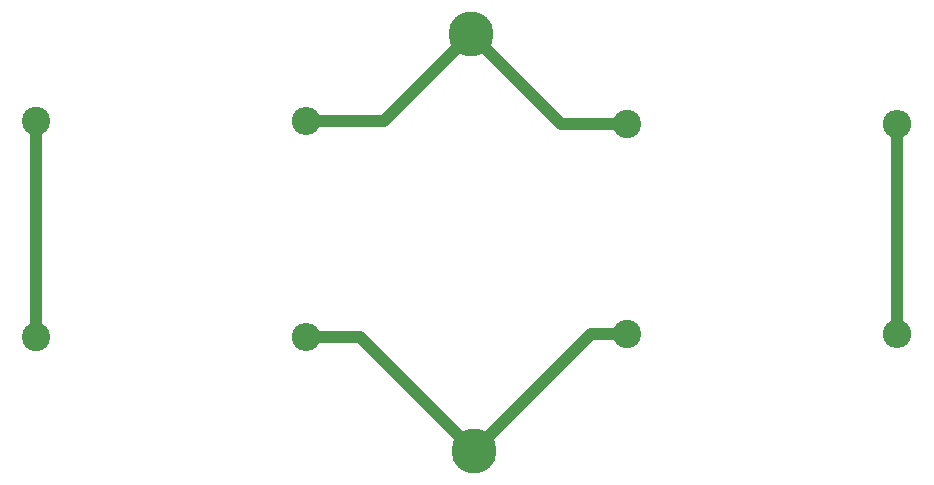
<source format=gbr>
G04 #@! TF.GenerationSoftware,KiCad,Pcbnew,(5.0.0)*
G04 #@! TF.CreationDate,2018-12-13T19:18:30-05:00*
G04 #@! TF.ProjectId,led_doable,6C65645F646F61626C652E6B69636164,rev?*
G04 #@! TF.SameCoordinates,Original*
G04 #@! TF.FileFunction,Copper,L1,Top,Signal*
G04 #@! TF.FilePolarity,Positive*
%FSLAX46Y46*%
G04 Gerber Fmt 4.6, Leading zero omitted, Abs format (unit mm)*
G04 Created by KiCad (PCBNEW (5.0.0)) date 12/13/18 19:18:30*
%MOMM*%
%LPD*%
G01*
G04 APERTURE LIST*
G04 #@! TA.AperFunction,ComponentPad*
%ADD10C,2.400000*%
G04 #@! TD*
G04 #@! TA.AperFunction,ComponentPad*
%ADD11O,2.400000X2.400000*%
G04 #@! TD*
G04 #@! TA.AperFunction,ViaPad*
%ADD12C,3.810000*%
G04 #@! TD*
G04 #@! TA.AperFunction,Conductor*
%ADD13C,1.000000*%
G04 #@! TD*
G04 APERTURE END LIST*
D10*
G04 #@! TO.P,REF\002A\002A,1*
G04 #@! TO.N,N/C*
X11176000Y-11430000D03*
D11*
G04 #@! TO.P,REF\002A\002A,2*
X34036000Y-11430000D03*
G04 #@! TD*
D10*
G04 #@! TO.P,REF\002A\002A,1*
G04 #@! TO.N,N/C*
X11176000Y-29718000D03*
D11*
G04 #@! TO.P,REF\002A\002A,2*
X34036000Y-29718000D03*
G04 #@! TD*
D10*
G04 #@! TO.P,REF\002A\002A,1*
G04 #@! TO.N,N/C*
X61214000Y-11684000D03*
D11*
G04 #@! TO.P,REF\002A\002A,2*
X84074000Y-11684000D03*
G04 #@! TD*
D10*
G04 #@! TO.P,REF\002A\002A,1*
G04 #@! TO.N,N/C*
X61214000Y-29464000D03*
D11*
G04 #@! TO.P,REF\002A\002A,2*
X84074000Y-29464000D03*
G04 #@! TD*
D12*
G04 #@! TO.N,*
X48006000Y-4064000D03*
X48260000Y-39370000D03*
G04 #@! TD*
D13*
G04 #@! TO.N,*
X11176000Y-13127056D02*
X11176000Y-29718000D01*
X11176000Y-11430000D02*
X11176000Y-13127056D01*
X84074000Y-13381056D02*
X84074000Y-29464000D01*
X84074000Y-11684000D02*
X84074000Y-13381056D01*
X40640000Y-11430000D02*
X48006000Y-4064000D01*
X34036000Y-11430000D02*
X40640000Y-11430000D01*
X55626000Y-11684000D02*
X61214000Y-11684000D01*
X48006000Y-4064000D02*
X55626000Y-11684000D01*
X38608000Y-29718000D02*
X48260000Y-39370000D01*
X34036000Y-29718000D02*
X38608000Y-29718000D01*
X58166000Y-29464000D02*
X48260000Y-39370000D01*
X61214000Y-29464000D02*
X58166000Y-29464000D01*
G04 #@! TD*
M02*

</source>
